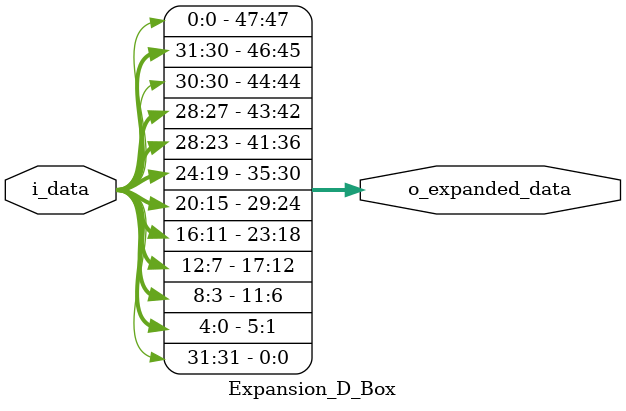
<source format=v>


module Expansion_D_Box(
	input [31:0] i_data,
	output [47:0] o_expanded_data
	);
	
	// 1st byte
	assign o_expanded_data[0] = i_data[31];
	assign o_expanded_data[1] = i_data[0];
	assign o_expanded_data[2] = i_data[1];
	assign o_expanded_data[3] = i_data[2];
	assign o_expanded_data[4] = i_data[3];
	assign o_expanded_data[5] = i_data[4];
	assign o_expanded_data[6] = i_data[3];
	assign o_expanded_data[7] = i_data[4];
	
	// 2nd byte
	assign o_expanded_data[8] = i_data[5];
	assign o_expanded_data[9] = i_data[6];
	assign o_expanded_data[10] = i_data[7];
	assign o_expanded_data[11] = i_data[8];
	assign o_expanded_data[12] = i_data[7];
	assign o_expanded_data[13] = i_data[8];
	assign o_expanded_data[14] = i_data[9];
	assign o_expanded_data[15] = i_data[10];
	
	// 3rd byte
	assign o_expanded_data[16] = i_data[11];
	assign o_expanded_data[17] = i_data[12];
	assign o_expanded_data[18] = i_data[11];
	assign o_expanded_data[19] = i_data[12];
	assign o_expanded_data[20] = i_data[13];
	assign o_expanded_data[21] = i_data[14];
	assign o_expanded_data[22] = i_data[15];
	assign o_expanded_data[23] = i_data[16];
	
	// 4th byte
	assign o_expanded_data[24] = i_data[15];
	assign o_expanded_data[25] = i_data[16];
	assign o_expanded_data[26] = i_data[17];
	assign o_expanded_data[27] = i_data[18];
	assign o_expanded_data[28] = i_data[19];
	assign o_expanded_data[29] = i_data[20];
	assign o_expanded_data[30] = i_data[19];
	assign o_expanded_data[31] = i_data[20];
	
	// 5th byte
	assign o_expanded_data[32] = i_data[21];
	assign o_expanded_data[33] = i_data[22];
	assign o_expanded_data[34] = i_data[23];
	assign o_expanded_data[35] = i_data[24];
	assign o_expanded_data[36] = i_data[23];
	assign o_expanded_data[37] = i_data[24];
	assign o_expanded_data[38] = i_data[25];
	assign o_expanded_data[39] = i_data[26];
	
	// 6th byte
	assign o_expanded_data[40] = i_data[27];
	assign o_expanded_data[41] = i_data[28];
	assign o_expanded_data[42] = i_data[27];
	assign o_expanded_data[43] = i_data[28];
	assign o_expanded_data[44] = i_data[30];
	assign o_expanded_data[45] = i_data[30];
	assign o_expanded_data[46] = i_data[31];
	assign o_expanded_data[47] = i_data[0];
	
endmodule

</source>
